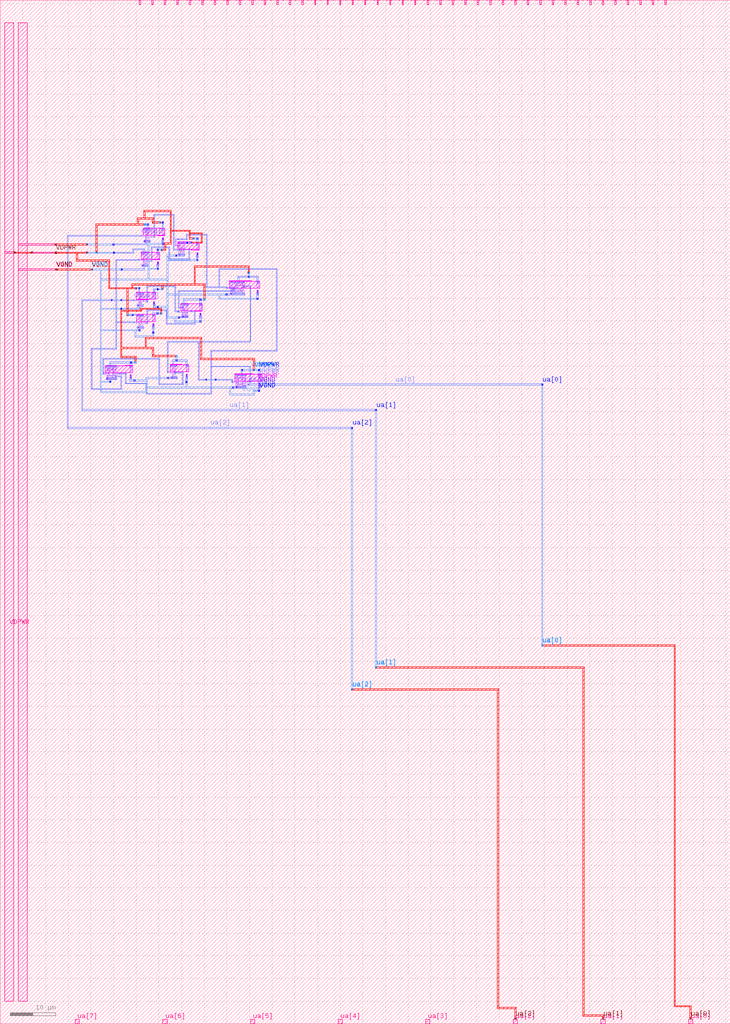
<source format=lef>
VERSION 5.7 ;
  NOWIREEXTENSIONATPIN ON ;
  DIVIDERCHAR "/" ;
  BUSBITCHARS "[]" ;
MACRO tt_um_test_3
  CLASS BLOCK ;
  FOREIGN tt_um_test_3 ;
  ORIGIN 0.000 0.000 ;
  SIZE 161.000 BY 225.760 ;
  PIN clk
    DIRECTION INPUT ;
    PORT
      LAYER met4 ;
        RECT 143.830 224.760 144.130 225.760 ;
    END
  END clk
  PIN ena
    DIRECTION INPUT ;
    PORT
      LAYER met4 ;
        RECT 146.590 224.760 146.890 225.760 ;
    END
  END ena
  PIN rst_n
    DIRECTION INPUT ;
    PORT
      LAYER met4 ;
        RECT 141.070 224.760 141.370 225.760 ;
    END
  END rst_n
  PIN ua[0]
    DIRECTION INOUT ;
    ANTENNADIFFAREA 0.445500 ;
    PORT
      LAYER li1 ;
        RECT 53.520 142.525 54.115 142.865 ;
        RECT 53.520 141.205 53.695 142.525 ;
        RECT 53.520 141.100 54.115 141.205 ;
        RECT 53.520 140.800 54.900 141.100 ;
        RECT 53.520 140.655 54.115 140.800 ;
      LAYER mcon ;
        RECT 54.630 140.830 54.870 141.070 ;
      LAYER met1 ;
        RECT 54.570 140.800 119.730 141.100 ;
      LAYER via ;
        RECT 119.400 140.800 119.700 141.100 ;
      LAYER met2 ;
        RECT 119.400 83.300 119.700 141.130 ;
        RECT 119.410 83.265 119.690 83.300 ;
      LAYER via2 ;
        RECT 119.410 83.310 119.690 83.590 ;
      LAYER met3 ;
        RECT 119.385 83.600 119.715 83.615 ;
        RECT 119.385 83.300 148.900 83.600 ;
        RECT 119.385 83.285 119.715 83.300 ;
        RECT 148.600 4.000 148.900 83.300 ;
        RECT 148.600 3.700 152.400 4.000 ;
        RECT 152.100 1.340 152.400 3.700 ;
        RECT 152.090 0.960 152.410 1.340 ;
      LAYER via3 ;
        RECT 152.090 0.990 152.410 1.310 ;
      LAYER met4 ;
        RECT 152.085 1.000 152.415 1.315 ;
        RECT 151.810 0.000 152.710 1.000 ;
    END
  END ua[0]
  PIN ua[1]
    DIRECTION INOUT ;
    ANTENNAGATEAREA 0.247500 ;
    PORT
      LAYER li1 ;
        RECT 30.520 159.700 30.850 159.715 ;
        RECT 29.350 159.500 30.850 159.700 ;
        RECT 30.520 159.475 30.850 159.500 ;
      LAYER mcon ;
        RECT 29.365 159.515 29.535 159.685 ;
      LAYER met1 ;
        RECT 24.470 159.700 24.730 159.760 ;
        RECT 17.950 159.500 24.730 159.700 ;
        RECT 17.950 135.500 18.250 159.500 ;
        RECT 24.470 159.440 24.730 159.500 ;
        RECT 26.570 159.700 26.830 159.760 ;
        RECT 29.305 159.700 29.595 159.715 ;
        RECT 26.570 159.500 29.595 159.700 ;
        RECT 26.570 159.440 26.830 159.500 ;
        RECT 29.305 159.485 29.595 159.500 ;
        RECT 17.950 135.200 83.080 135.500 ;
      LAYER via ;
        RECT 24.470 159.470 24.730 159.730 ;
        RECT 26.570 159.470 26.830 159.730 ;
        RECT 82.750 135.200 83.050 135.500 ;
      LAYER met2 ;
        RECT 24.440 159.700 24.760 159.730 ;
        RECT 26.540 159.700 26.860 159.730 ;
        RECT 24.440 159.500 26.860 159.700 ;
        RECT 24.440 159.470 24.760 159.500 ;
        RECT 26.540 159.470 26.860 159.500 ;
        RECT 82.750 78.450 83.050 135.530 ;
        RECT 82.760 78.415 83.040 78.450 ;
      LAYER via2 ;
        RECT 82.760 78.460 83.040 78.740 ;
      LAYER met3 ;
        RECT 82.735 78.750 83.065 78.765 ;
        RECT 82.735 78.450 128.750 78.750 ;
        RECT 82.735 78.435 83.065 78.450 ;
        RECT 128.450 1.950 128.750 78.450 ;
        RECT 128.450 1.650 133.100 1.950 ;
        RECT 132.800 1.340 133.100 1.650 ;
        RECT 132.790 0.960 133.110 1.340 ;
      LAYER via3 ;
        RECT 132.790 0.990 133.110 1.310 ;
      LAYER met4 ;
        RECT 132.785 1.000 133.115 1.315 ;
        RECT 132.490 0.000 133.390 1.000 ;
    END
  END ua[1]
  PIN ua[2]
    DIRECTION INOUT ;
    ANTENNAGATEAREA 0.247500 ;
    PORT
      LAYER li1 ;
        RECT 32.020 173.850 32.350 173.865 ;
        RECT 31.000 173.650 32.350 173.850 ;
        RECT 32.020 173.625 32.350 173.650 ;
      LAYER mcon ;
        RECT 31.015 173.665 31.185 173.835 ;
      LAYER met1 ;
        RECT 30.955 173.850 31.245 173.865 ;
        RECT 14.750 173.650 31.245 173.850 ;
        RECT 14.750 131.550 15.050 173.650 ;
        RECT 30.955 173.635 31.245 173.650 ;
        RECT 14.750 131.250 77.780 131.550 ;
      LAYER via ;
        RECT 77.450 131.250 77.750 131.550 ;
      LAYER met2 ;
        RECT 77.450 73.600 77.750 131.580 ;
        RECT 77.460 73.565 77.740 73.600 ;
      LAYER via2 ;
        RECT 77.460 73.610 77.740 73.890 ;
      LAYER met3 ;
        RECT 77.435 73.900 77.765 73.915 ;
        RECT 77.435 73.600 109.900 73.900 ;
        RECT 77.435 73.585 77.765 73.600 ;
        RECT 109.600 3.600 109.900 73.600 ;
        RECT 109.600 3.300 113.750 3.600 ;
        RECT 113.450 1.340 113.750 3.300 ;
        RECT 113.440 0.960 113.760 1.340 ;
      LAYER via3 ;
        RECT 113.440 0.990 113.760 1.310 ;
      LAYER met4 ;
        RECT 113.435 1.000 113.765 1.315 ;
        RECT 113.170 0.000 114.070 1.000 ;
    END
  END ua[2]
  PIN ua[3]
    DIRECTION INOUT ;
    PORT
      LAYER met4 ;
        RECT 93.850 0.000 94.750 1.000 ;
    END
  END ua[3]
  PIN ua[4]
    DIRECTION INOUT ;
    PORT
      LAYER met4 ;
        RECT 74.530 0.000 75.430 1.000 ;
    END
  END ua[4]
  PIN ua[5]
    DIRECTION INOUT ;
    PORT
      LAYER met4 ;
        RECT 55.210 0.000 56.110 1.000 ;
    END
  END ua[5]
  PIN ua[6]
    DIRECTION INOUT ;
    PORT
      LAYER met4 ;
        RECT 35.890 0.000 36.790 1.000 ;
    END
  END ua[6]
  PIN ua[7]
    DIRECTION INOUT ;
    PORT
      LAYER met4 ;
        RECT 16.570 0.000 17.470 1.000 ;
    END
  END ua[7]
  PIN ui_in[0]
    DIRECTION INPUT ;
    PORT
      LAYER met4 ;
        RECT 138.310 224.760 138.610 225.760 ;
    END
  END ui_in[0]
  PIN ui_in[1]
    DIRECTION INPUT ;
    PORT
      LAYER met4 ;
        RECT 135.550 224.760 135.850 225.760 ;
    END
  END ui_in[1]
  PIN ui_in[2]
    DIRECTION INPUT ;
    PORT
      LAYER met4 ;
        RECT 132.790 224.760 133.090 225.760 ;
    END
  END ui_in[2]
  PIN ui_in[3]
    DIRECTION INPUT ;
    PORT
      LAYER met4 ;
        RECT 130.030 224.760 130.330 225.760 ;
    END
  END ui_in[3]
  PIN ui_in[4]
    DIRECTION INPUT ;
    PORT
      LAYER met4 ;
        RECT 127.270 224.760 127.570 225.760 ;
    END
  END ui_in[4]
  PIN ui_in[5]
    DIRECTION INPUT ;
    PORT
      LAYER met4 ;
        RECT 124.510 224.760 124.810 225.760 ;
    END
  END ui_in[5]
  PIN ui_in[6]
    DIRECTION INPUT ;
    PORT
      LAYER met4 ;
        RECT 121.750 224.760 122.050 225.760 ;
    END
  END ui_in[6]
  PIN ui_in[7]
    DIRECTION INPUT ;
    PORT
      LAYER met4 ;
        RECT 118.990 224.760 119.290 225.760 ;
    END
  END ui_in[7]
  PIN uio_in[0]
    DIRECTION INPUT ;
    PORT
      LAYER met4 ;
        RECT 116.230 224.760 116.530 225.760 ;
    END
  END uio_in[0]
  PIN uio_in[1]
    DIRECTION INPUT ;
    PORT
      LAYER met4 ;
        RECT 113.470 224.760 113.770 225.760 ;
    END
  END uio_in[1]
  PIN uio_in[2]
    DIRECTION INPUT ;
    PORT
      LAYER met4 ;
        RECT 110.710 224.760 111.010 225.760 ;
    END
  END uio_in[2]
  PIN uio_in[3]
    DIRECTION INPUT ;
    PORT
      LAYER met4 ;
        RECT 107.950 224.760 108.250 225.760 ;
    END
  END uio_in[3]
  PIN uio_in[4]
    DIRECTION INPUT ;
    PORT
      LAYER met4 ;
        RECT 105.190 224.760 105.490 225.760 ;
    END
  END uio_in[4]
  PIN uio_in[5]
    DIRECTION INPUT ;
    PORT
      LAYER met4 ;
        RECT 102.430 224.760 102.730 225.760 ;
    END
  END uio_in[5]
  PIN uio_in[6]
    DIRECTION INPUT ;
    PORT
      LAYER met4 ;
        RECT 99.670 224.760 99.970 225.760 ;
    END
  END uio_in[6]
  PIN uio_in[7]
    DIRECTION INPUT ;
    PORT
      LAYER met4 ;
        RECT 96.910 224.760 97.210 225.760 ;
    END
  END uio_in[7]
  PIN uio_oe[0]
    DIRECTION OUTPUT TRISTATE ;
    PORT
      LAYER met4 ;
        RECT 49.990 224.760 50.290 225.760 ;
    END
  END uio_oe[0]
  PIN uio_oe[1]
    DIRECTION OUTPUT TRISTATE ;
    PORT
      LAYER met4 ;
        RECT 47.230 224.760 47.530 225.760 ;
    END
  END uio_oe[1]
  PIN uio_oe[2]
    DIRECTION OUTPUT TRISTATE ;
    PORT
      LAYER met4 ;
        RECT 44.470 224.760 44.770 225.760 ;
    END
  END uio_oe[2]
  PIN uio_oe[3]
    DIRECTION OUTPUT TRISTATE ;
    PORT
      LAYER met4 ;
        RECT 41.710 224.760 42.010 225.760 ;
    END
  END uio_oe[3]
  PIN uio_oe[4]
    DIRECTION OUTPUT TRISTATE ;
    PORT
      LAYER met4 ;
        RECT 38.950 224.760 39.250 225.760 ;
    END
  END uio_oe[4]
  PIN uio_oe[5]
    DIRECTION OUTPUT TRISTATE ;
    PORT
      LAYER met4 ;
        RECT 36.190 224.760 36.490 225.760 ;
    END
  END uio_oe[5]
  PIN uio_oe[6]
    DIRECTION OUTPUT TRISTATE ;
    PORT
      LAYER met4 ;
        RECT 33.430 224.760 33.730 225.760 ;
    END
  END uio_oe[6]
  PIN uio_oe[7]
    DIRECTION OUTPUT TRISTATE ;
    PORT
      LAYER met4 ;
        RECT 30.670 224.760 30.970 225.760 ;
    END
  END uio_oe[7]
  PIN uio_out[0]
    DIRECTION OUTPUT TRISTATE ;
    PORT
      LAYER met4 ;
        RECT 72.070 224.760 72.370 225.760 ;
    END
  END uio_out[0]
  PIN uio_out[1]
    DIRECTION OUTPUT TRISTATE ;
    PORT
      LAYER met4 ;
        RECT 69.310 224.760 69.610 225.760 ;
    END
  END uio_out[1]
  PIN uio_out[2]
    DIRECTION OUTPUT TRISTATE ;
    PORT
      LAYER met4 ;
        RECT 66.550 224.760 66.850 225.760 ;
    END
  END uio_out[2]
  PIN uio_out[3]
    DIRECTION OUTPUT TRISTATE ;
    PORT
      LAYER met4 ;
        RECT 63.790 224.760 64.090 225.760 ;
    END
  END uio_out[3]
  PIN uio_out[4]
    DIRECTION OUTPUT TRISTATE ;
    PORT
      LAYER met4 ;
        RECT 61.030 224.760 61.330 225.760 ;
    END
  END uio_out[4]
  PIN uio_out[5]
    DIRECTION OUTPUT TRISTATE ;
    PORT
      LAYER met4 ;
        RECT 58.270 224.760 58.570 225.760 ;
    END
  END uio_out[5]
  PIN uio_out[6]
    DIRECTION OUTPUT TRISTATE ;
    PORT
      LAYER met4 ;
        RECT 55.510 224.760 55.810 225.760 ;
    END
  END uio_out[6]
  PIN uio_out[7]
    DIRECTION OUTPUT TRISTATE ;
    PORT
      LAYER met4 ;
        RECT 52.750 224.760 53.050 225.760 ;
    END
  END uio_out[7]
  PIN uo_out[0]
    DIRECTION OUTPUT TRISTATE ;
    PORT
      LAYER met4 ;
        RECT 94.150 224.760 94.450 225.760 ;
    END
  END uo_out[0]
  PIN uo_out[1]
    DIRECTION OUTPUT TRISTATE ;
    PORT
      LAYER met4 ;
        RECT 91.390 224.760 91.690 225.760 ;
    END
  END uo_out[1]
  PIN uo_out[2]
    DIRECTION OUTPUT TRISTATE ;
    PORT
      LAYER met4 ;
        RECT 88.630 224.760 88.930 225.760 ;
    END
  END uo_out[2]
  PIN uo_out[3]
    DIRECTION OUTPUT TRISTATE ;
    PORT
      LAYER met4 ;
        RECT 85.870 224.760 86.170 225.760 ;
    END
  END uo_out[3]
  PIN uo_out[4]
    DIRECTION OUTPUT TRISTATE ;
    PORT
      LAYER met4 ;
        RECT 83.110 224.760 83.410 225.760 ;
    END
  END uo_out[4]
  PIN uo_out[5]
    DIRECTION OUTPUT TRISTATE ;
    PORT
      LAYER met4 ;
        RECT 80.350 224.760 80.650 225.760 ;
    END
  END uo_out[5]
  PIN uo_out[6]
    DIRECTION OUTPUT TRISTATE ;
    PORT
      LAYER met4 ;
        RECT 77.590 224.760 77.890 225.760 ;
    END
  END uo_out[6]
  PIN uo_out[7]
    DIRECTION OUTPUT TRISTATE ;
    PORT
      LAYER met4 ;
        RECT 74.830 224.760 75.130 225.760 ;
    END
  END uo_out[7]
  PIN VDPWR
    DIRECTION INOUT ;
    USE POWER ;
    PORT
      LAYER nwell ;
        RECT 31.510 175.450 34.550 175.460 ;
        RECT 31.510 173.855 36.290 175.450 ;
        RECT 34.530 173.845 36.290 173.855 ;
        RECT 39.110 172.160 42.150 172.460 ;
        RECT 39.110 170.855 43.900 172.160 ;
        RECT 42.130 170.555 43.900 170.855 ;
        RECT 31.060 170.150 33.650 170.160 ;
        RECT 31.060 168.555 35.190 170.150 ;
        RECT 33.630 168.545 35.190 168.555 ;
        RECT 50.500 163.800 55.400 163.850 ;
        RECT 50.500 162.245 57.190 163.800 ;
        RECT 55.330 162.195 57.190 162.245 ;
        RECT 32.630 161.310 34.340 161.350 ;
        RECT 30.010 159.745 34.340 161.310 ;
        RECT 30.010 159.705 32.750 159.745 ;
        RECT 39.860 158.800 42.900 158.810 ;
        RECT 39.860 157.205 44.590 158.800 ;
        RECT 42.880 157.195 44.590 157.205 ;
        RECT 30.050 154.845 34.190 156.450 ;
        RECT 37.450 145.350 40.050 145.400 ;
        RECT 27.530 145.160 29.190 145.200 ;
        RECT 23.160 143.595 29.190 145.160 ;
        RECT 37.450 143.795 41.540 145.350 ;
        RECT 39.880 143.745 41.540 143.795 ;
        RECT 23.160 143.555 27.550 143.595 ;
        RECT 51.710 143.300 55.800 143.310 ;
        RECT 51.710 141.705 57.540 143.300 ;
        RECT 55.780 141.695 57.540 141.705 ;
      LAYER li1 ;
        RECT 31.700 175.185 33.080 175.355 ;
        RECT 32.040 174.045 32.250 175.185 ;
        RECT 35.640 175.175 36.100 175.345 ;
        RECT 35.725 174.010 36.015 175.175 ;
        RECT 39.300 172.185 40.680 172.355 ;
        RECT 40.255 171.045 40.585 172.185 ;
        RECT 43.250 171.885 43.710 172.055 ;
        RECT 43.335 170.720 43.625 171.885 ;
        RECT 31.250 169.885 32.630 170.055 ;
        RECT 31.590 168.745 31.800 169.885 ;
        RECT 34.540 169.875 35.000 170.045 ;
        RECT 34.625 168.710 34.915 169.875 ;
        RECT 50.690 163.575 53.910 163.745 ;
        RECT 51.745 162.725 51.915 163.575 ;
        RECT 52.585 163.065 52.755 163.575 ;
        RECT 56.540 163.525 57.000 163.695 ;
        RECT 56.625 162.360 56.915 163.525 ;
        RECT 30.200 161.035 31.580 161.205 ;
        RECT 33.690 161.075 34.150 161.245 ;
        RECT 30.540 159.895 30.750 161.035 ;
        RECT 33.775 159.910 34.065 161.075 ;
        RECT 40.050 158.535 41.430 158.705 ;
        RECT 41.005 157.395 41.335 158.535 ;
        RECT 43.940 158.525 44.400 158.695 ;
        RECT 44.025 157.360 44.315 158.525 ;
        RECT 30.240 156.175 31.620 156.345 ;
        RECT 33.540 156.175 34.000 156.345 ;
        RECT 30.580 155.035 30.790 156.175 ;
        RECT 33.625 155.010 33.915 156.175 ;
        RECT 37.640 145.125 39.020 145.295 ;
        RECT 23.350 144.885 25.650 145.055 ;
        RECT 28.540 144.925 29.000 145.095 ;
        RECT 23.865 144.485 24.800 144.885 ;
        RECT 28.625 143.760 28.915 144.925 ;
        RECT 37.980 143.985 38.190 145.125 ;
        RECT 40.890 145.075 41.350 145.245 ;
        RECT 40.975 143.910 41.265 145.075 ;
        RECT 51.900 143.035 54.200 143.205 ;
        RECT 52.415 142.635 53.350 143.035 ;
        RECT 56.890 143.025 57.350 143.195 ;
        RECT 56.975 141.860 57.265 143.025 ;
      LAYER mcon ;
        RECT 31.845 175.185 32.015 175.355 ;
        RECT 32.305 175.185 32.475 175.355 ;
        RECT 32.765 175.185 32.935 175.355 ;
        RECT 35.785 175.175 35.955 175.345 ;
        RECT 39.445 172.185 39.615 172.355 ;
        RECT 39.905 172.185 40.075 172.355 ;
        RECT 40.365 172.185 40.535 172.355 ;
        RECT 43.395 171.885 43.565 172.055 ;
        RECT 31.395 169.885 31.565 170.055 ;
        RECT 31.855 169.885 32.025 170.055 ;
        RECT 32.315 169.885 32.485 170.055 ;
        RECT 34.685 169.875 34.855 170.045 ;
        RECT 50.835 163.575 51.005 163.745 ;
        RECT 51.295 163.575 51.465 163.745 ;
        RECT 51.755 163.575 51.925 163.745 ;
        RECT 52.215 163.575 52.385 163.745 ;
        RECT 52.675 163.575 52.845 163.745 ;
        RECT 53.135 163.575 53.305 163.745 ;
        RECT 53.595 163.575 53.765 163.745 ;
        RECT 56.685 163.525 56.855 163.695 ;
        RECT 30.345 161.035 30.515 161.205 ;
        RECT 30.805 161.035 30.975 161.205 ;
        RECT 31.265 161.035 31.435 161.205 ;
        RECT 33.835 161.075 34.005 161.245 ;
        RECT 40.195 158.535 40.365 158.705 ;
        RECT 40.655 158.535 40.825 158.705 ;
        RECT 41.115 158.535 41.285 158.705 ;
        RECT 44.085 158.525 44.255 158.695 ;
        RECT 30.385 156.175 30.555 156.345 ;
        RECT 30.845 156.175 31.015 156.345 ;
        RECT 31.305 156.175 31.475 156.345 ;
        RECT 33.685 156.175 33.855 156.345 ;
        RECT 37.785 145.125 37.955 145.295 ;
        RECT 38.245 145.125 38.415 145.295 ;
        RECT 38.705 145.125 38.875 145.295 ;
        RECT 23.495 144.885 23.665 145.055 ;
        RECT 23.955 144.885 24.125 145.055 ;
        RECT 24.415 144.885 24.585 145.055 ;
        RECT 24.875 144.885 25.045 145.055 ;
        RECT 25.335 144.885 25.505 145.055 ;
        RECT 28.685 144.925 28.855 145.095 ;
        RECT 41.035 145.075 41.205 145.245 ;
        RECT 52.045 143.035 52.215 143.205 ;
        RECT 52.505 143.035 52.675 143.205 ;
        RECT 52.965 143.035 53.135 143.205 ;
        RECT 53.425 143.035 53.595 143.205 ;
        RECT 53.885 143.035 54.055 143.205 ;
        RECT 57.035 143.025 57.205 143.195 ;
      LAYER met1 ;
        RECT 32.460 176.395 32.750 176.430 ;
        RECT 32.460 176.070 32.765 176.395 ;
        RECT 32.475 175.510 32.765 176.070 ;
        RECT 31.700 175.030 33.080 175.510 ;
        RECT 35.700 175.500 36.000 176.880 ;
        RECT 35.640 175.020 36.100 175.500 ;
        RECT 43.350 173.300 43.650 173.330 ;
        RECT 43.345 172.970 43.650 173.300 ;
        RECT 39.300 172.400 40.680 172.510 ;
        RECT 41.100 172.400 41.400 172.430 ;
        RECT 39.300 172.100 41.400 172.400 ;
        RECT 43.345 172.210 43.645 172.970 ;
        RECT 39.300 172.030 40.680 172.100 ;
        RECT 41.100 172.070 41.400 172.100 ;
        RECT 43.250 171.730 43.710 172.210 ;
        RECT 29.205 170.655 31.855 170.945 ;
        RECT 24.910 170.195 25.200 170.230 ;
        RECT 29.205 170.195 29.495 170.655 ;
        RECT 31.565 170.210 31.855 170.655 ;
        RECT 24.905 169.905 29.495 170.195 ;
        RECT 24.910 169.870 25.200 169.905 ;
        RECT 31.250 169.730 32.630 170.210 ;
        RECT 34.600 170.200 34.895 170.880 ;
        RECT 34.540 169.720 35.000 170.200 ;
        RECT 55.750 164.895 56.900 164.900 ;
        RECT 52.385 164.605 56.900 164.895 ;
        RECT 52.385 163.900 52.675 164.605 ;
        RECT 54.620 164.600 54.980 164.605 ;
        RECT 55.750 164.595 56.900 164.605 ;
        RECT 50.690 163.420 53.910 163.900 ;
        RECT 56.595 163.850 56.900 164.595 ;
        RECT 56.540 163.370 57.000 163.850 ;
        RECT 30.510 162.345 30.800 162.380 ;
        RECT 30.510 162.020 30.805 162.345 ;
        RECT 34.600 162.145 34.895 162.180 ;
        RECT 30.515 161.360 30.805 162.020 ;
        RECT 33.750 161.850 34.895 162.145 ;
        RECT 33.750 161.400 34.045 161.850 ;
        RECT 34.600 161.820 34.895 161.850 ;
        RECT 30.200 160.880 31.580 161.360 ;
        RECT 33.690 160.920 34.150 161.400 ;
        RECT 44.000 159.900 44.300 159.930 ;
        RECT 40.500 159.895 44.300 159.900 ;
        RECT 40.365 159.600 44.300 159.895 ;
        RECT 40.365 158.860 40.655 159.600 ;
        RECT 40.050 158.380 41.430 158.860 ;
        RECT 44.000 158.850 44.300 159.600 ;
        RECT 43.940 158.370 44.400 158.850 ;
        RECT 34.500 156.800 34.800 156.830 ;
        RECT 29.060 156.500 29.350 156.530 ;
        RECT 33.650 156.500 34.800 156.800 ;
        RECT 29.055 156.210 31.620 156.500 ;
        RECT 29.060 156.170 29.350 156.210 ;
        RECT 30.240 156.020 31.620 156.210 ;
        RECT 33.540 156.020 34.000 156.500 ;
        RECT 34.500 156.470 34.800 156.500 ;
        RECT 38.720 146.400 39.085 146.405 ;
        RECT 38.000 146.395 41.250 146.400 ;
        RECT 37.955 146.095 41.250 146.395 ;
        RECT 28.650 146.000 28.955 146.035 ;
        RECT 28.645 145.995 28.955 146.000 ;
        RECT 24.125 145.705 28.955 145.995 ;
        RECT 24.125 145.210 24.415 145.705 ;
        RECT 28.645 145.670 28.955 145.705 ;
        RECT 28.645 145.250 28.950 145.670 ;
        RECT 37.955 145.450 38.245 146.095 ;
        RECT 23.350 144.730 25.650 145.210 ;
        RECT 28.540 144.770 29.000 145.250 ;
        RECT 37.640 144.970 39.020 145.450 ;
        RECT 40.945 145.400 41.250 146.095 ;
        RECT 40.890 144.920 41.350 145.400 ;
        RECT 53.150 144.345 53.440 144.380 ;
        RECT 53.135 144.020 53.440 144.345 ;
        RECT 53.135 143.360 53.425 144.020 ;
        RECT 51.900 142.880 54.200 143.360 ;
        RECT 56.950 143.350 57.250 144.380 ;
        RECT 56.890 142.870 57.350 143.350 ;
      LAYER via ;
        RECT 35.700 176.550 36.000 176.850 ;
        RECT 32.460 176.100 32.750 176.400 ;
        RECT 43.350 173.000 43.650 173.300 ;
        RECT 41.100 172.100 41.400 172.400 ;
        RECT 24.910 169.900 25.200 170.200 ;
        RECT 34.600 170.550 34.895 170.850 ;
        RECT 54.650 164.600 54.950 164.890 ;
        RECT 30.510 162.050 30.800 162.350 ;
        RECT 34.600 161.850 34.895 162.150 ;
        RECT 44.000 159.600 44.300 159.900 ;
        RECT 34.500 156.500 34.800 156.800 ;
        RECT 29.060 156.200 29.350 156.500 ;
        RECT 38.750 146.100 39.055 146.405 ;
        RECT 28.650 145.700 28.955 146.005 ;
        RECT 53.150 144.050 53.440 144.350 ;
        RECT 56.950 144.050 57.250 144.350 ;
      LAYER met2 ;
        RECT 35.060 176.850 35.340 176.885 ;
        RECT 35.050 176.550 36.030 176.850 ;
        RECT 35.060 176.515 35.340 176.550 ;
        RECT 31.760 176.400 32.040 176.435 ;
        RECT 31.750 176.100 32.780 176.400 ;
        RECT 31.760 176.065 32.040 176.100 ;
        RECT 42.510 173.300 42.790 173.335 ;
        RECT 42.500 173.000 43.680 173.300 ;
        RECT 42.510 172.965 42.790 173.000 ;
        RECT 42.010 172.400 42.290 172.435 ;
        RECT 41.070 172.100 42.290 172.400 ;
        RECT 42.010 172.065 42.290 172.100 ;
        RECT 35.560 170.850 35.840 170.885 ;
        RECT 34.570 170.550 35.850 170.850 ;
        RECT 35.560 170.515 35.840 170.550 ;
        RECT 18.960 170.200 19.240 170.235 ;
        RECT 18.950 169.900 25.230 170.200 ;
        RECT 18.960 169.865 19.240 169.900 ;
        RECT 54.650 165.790 54.950 165.800 ;
        RECT 54.615 165.510 54.985 165.790 ;
        RECT 54.650 164.570 54.950 165.510 ;
        RECT 29.760 162.350 30.040 162.385 ;
        RECT 29.750 162.050 30.830 162.350 ;
        RECT 34.570 162.140 35.950 162.150 ;
        RECT 29.760 162.015 30.040 162.050 ;
        RECT 34.570 161.860 35.985 162.140 ;
        RECT 34.570 161.850 35.950 161.860 ;
        RECT 43.970 159.890 45.200 159.900 ;
        RECT 43.970 159.610 45.235 159.890 ;
        RECT 43.970 159.600 45.200 159.610 ;
        RECT 34.470 156.790 35.650 156.800 ;
        RECT 34.470 156.510 35.685 156.790 ;
        RECT 34.470 156.500 35.650 156.510 ;
        RECT 27.900 156.490 29.380 156.500 ;
        RECT 27.865 156.210 29.380 156.490 ;
        RECT 27.900 156.200 29.380 156.210 ;
        RECT 38.760 147.400 39.040 147.435 ;
        RECT 38.750 146.435 39.050 147.400 ;
        RECT 38.750 146.070 39.055 146.435 ;
        RECT 28.620 146.000 28.985 146.005 ;
        RECT 28.620 145.990 30.000 146.000 ;
        RECT 28.620 145.710 30.035 145.990 ;
        RECT 28.620 145.700 30.000 145.710 ;
        RECT 53.120 144.050 57.280 144.350 ;
      LAYER via2 ;
        RECT 35.060 176.560 35.340 176.840 ;
        RECT 31.760 176.110 32.040 176.390 ;
        RECT 42.510 173.010 42.790 173.290 ;
        RECT 42.010 172.110 42.290 172.390 ;
        RECT 35.560 170.560 35.840 170.840 ;
        RECT 18.960 169.910 19.240 170.190 ;
        RECT 21.060 169.910 21.340 170.190 ;
        RECT 54.660 165.510 54.940 165.790 ;
        RECT 29.760 162.060 30.040 162.340 ;
        RECT 35.660 161.860 35.940 162.140 ;
        RECT 44.910 159.610 45.190 159.890 ;
        RECT 35.360 156.510 35.640 156.790 ;
        RECT 27.910 156.210 28.190 156.490 ;
        RECT 38.760 147.110 39.040 147.390 ;
        RECT 29.710 145.710 29.990 145.990 ;
        RECT 55.860 144.060 56.140 144.340 ;
      LAYER met3 ;
        RECT 31.650 179.100 37.750 179.400 ;
        RECT 31.650 177.750 31.950 179.100 ;
        RECT 30.250 177.450 33.850 177.750 ;
        RECT 30.250 176.400 30.550 177.450 ;
        RECT 33.550 176.850 33.850 177.450 ;
        RECT 35.035 176.850 35.365 176.865 ;
        RECT 33.550 176.550 35.365 176.850 ;
        RECT 35.035 176.535 35.365 176.550 ;
        RECT 31.735 176.400 32.065 176.415 ;
        RECT 21.050 176.100 32.065 176.400 ;
        RECT 2.960 170.200 3.340 170.210 ;
        RECT 6.810 170.200 7.190 170.210 ;
        RECT 2.960 169.900 7.190 170.200 ;
        RECT 2.960 169.890 3.340 169.900 ;
        RECT 6.810 169.890 7.190 169.900 ;
        RECT 12.090 170.200 12.410 170.240 ;
        RECT 21.050 170.215 21.350 176.100 ;
        RECT 31.735 176.085 32.065 176.100 ;
        RECT 37.450 175.050 37.750 179.100 ;
        RECT 37.450 174.750 41.950 175.050 ;
        RECT 37.450 172.200 37.750 174.750 ;
        RECT 41.650 174.500 41.950 174.750 ;
        RECT 41.650 174.200 44.600 174.500 ;
        RECT 41.650 173.300 41.950 174.200 ;
        RECT 42.485 173.300 42.815 173.315 ;
        RECT 41.650 173.000 42.815 173.300 ;
        RECT 42.485 172.985 42.815 173.000 ;
        RECT 36.200 171.900 37.750 172.200 ;
        RECT 41.985 172.400 42.315 172.415 ;
        RECT 44.300 172.400 44.600 174.200 ;
        RECT 41.985 172.100 44.600 172.400 ;
        RECT 41.985 172.085 42.315 172.100 ;
        RECT 35.535 170.850 35.865 170.865 ;
        RECT 36.200 170.850 36.500 171.900 ;
        RECT 35.535 170.550 36.500 170.850 ;
        RECT 35.535 170.535 35.865 170.550 ;
        RECT 18.935 170.200 19.265 170.215 ;
        RECT 12.090 169.900 19.265 170.200 ;
        RECT 12.090 169.860 12.410 169.900 ;
        RECT 16.750 168.500 17.050 169.900 ;
        RECT 18.935 169.885 19.265 169.900 ;
        RECT 21.035 169.885 21.365 170.215 ;
        RECT 16.750 168.200 24.200 168.500 ;
        RECT 23.900 162.350 24.200 168.200 ;
        RECT 42.750 166.850 54.950 167.150 ;
        RECT 42.750 163.200 43.050 166.850 ;
        RECT 54.650 165.815 54.950 166.850 ;
        RECT 54.635 165.485 54.965 165.815 ;
        RECT 28.950 162.900 45.200 163.200 ;
        RECT 28.950 162.350 29.250 162.900 ;
        RECT 29.735 162.350 30.065 162.365 ;
        RECT 23.900 162.050 30.065 162.350 ;
        RECT 35.650 162.165 35.950 162.900 ;
        RECT 27.900 157.400 28.200 162.050 ;
        RECT 29.735 162.035 30.065 162.050 ;
        RECT 35.635 161.835 35.965 162.165 ;
        RECT 44.900 159.915 45.200 162.900 ;
        RECT 44.885 159.585 45.215 159.915 ;
        RECT 30.900 157.550 35.650 157.850 ;
        RECT 30.900 157.400 31.200 157.550 ;
        RECT 26.550 157.100 31.200 157.400 ;
        RECT 26.550 149.150 26.850 157.100 ;
        RECT 27.900 156.515 28.200 157.100 ;
        RECT 35.350 156.815 35.650 157.550 ;
        RECT 27.885 156.185 28.215 156.515 ;
        RECT 35.335 156.485 35.665 156.815 ;
        RECT 31.950 151.100 44.450 151.400 ;
        RECT 31.950 149.150 32.250 151.100 ;
        RECT 26.550 148.850 33.800 149.150 ;
        RECT 26.550 147.200 26.850 148.850 ;
        RECT 33.500 147.400 33.800 148.850 ;
        RECT 38.735 147.400 39.065 147.415 ;
        RECT 26.550 146.900 30.000 147.200 ;
        RECT 33.500 147.100 39.065 147.400 ;
        RECT 38.735 147.085 39.065 147.100 ;
        RECT 29.700 146.015 30.000 146.900 ;
        RECT 44.150 146.750 44.450 151.100 ;
        RECT 44.150 146.450 56.150 146.750 ;
        RECT 29.685 145.685 30.015 146.015 ;
        RECT 55.850 144.365 56.150 146.450 ;
        RECT 55.835 144.035 56.165 144.365 ;
      LAYER via3 ;
        RECT 2.990 169.890 3.310 170.210 ;
        RECT 6.840 169.890 7.160 170.210 ;
        RECT 12.090 169.890 12.410 170.210 ;
      LAYER met4 ;
        RECT 1.000 170.215 3.000 220.760 ;
        RECT 1.000 169.885 3.315 170.215 ;
        RECT 6.835 170.200 7.165 170.215 ;
        RECT 12.085 170.200 12.415 170.215 ;
        RECT 6.835 169.900 12.415 170.200 ;
        RECT 6.835 169.885 7.165 169.900 ;
        RECT 12.085 169.885 12.415 169.900 ;
        RECT 1.000 5.000 3.000 169.885 ;
    END
  END VDPWR
  PIN VGND
    DIRECTION INOUT ;
    USE GROUND ;
    PORT
      LAYER pwell ;
        RECT 35.785 172.860 35.955 173.385 ;
        RECT 43.395 169.570 43.565 170.095 ;
        RECT 34.685 167.560 34.855 168.085 ;
        RECT 56.685 161.210 56.855 161.735 ;
        RECT 33.835 158.760 34.005 159.285 ;
        RECT 44.085 156.210 44.255 156.735 ;
        RECT 33.685 153.860 33.855 154.385 ;
        RECT 28.685 142.610 28.855 143.135 ;
        RECT 41.035 142.760 41.205 143.285 ;
        RECT 57.035 140.710 57.205 141.235 ;
      LAYER li1 ;
        RECT 32.020 172.635 32.250 173.455 ;
        RECT 31.700 172.465 33.080 172.635 ;
        RECT 35.725 172.625 36.015 173.350 ;
        RECT 35.640 172.455 36.100 172.625 ;
        RECT 39.405 169.635 39.645 170.445 ;
        RECT 40.315 169.635 40.585 170.445 ;
        RECT 39.300 169.465 40.680 169.635 ;
        RECT 43.335 169.335 43.625 170.060 ;
        RECT 43.250 169.165 43.710 169.335 ;
        RECT 31.570 167.335 31.800 168.155 ;
        RECT 31.250 167.165 32.630 167.335 ;
        RECT 34.625 167.325 34.915 168.050 ;
        RECT 34.540 167.155 35.000 167.325 ;
        RECT 50.825 161.025 51.155 161.415 ;
        RECT 51.665 161.025 51.995 161.415 ;
        RECT 53.535 161.025 53.825 161.860 ;
        RECT 50.690 160.855 53.910 161.025 ;
        RECT 56.625 160.975 56.915 161.700 ;
        RECT 56.540 160.805 57.000 160.975 ;
        RECT 30.520 158.485 30.750 159.305 ;
        RECT 33.775 158.525 34.065 159.250 ;
        RECT 30.200 158.315 31.580 158.485 ;
        RECT 33.690 158.355 34.150 158.525 ;
        RECT 40.155 155.985 40.395 156.795 ;
        RECT 41.065 155.985 41.335 156.795 ;
        RECT 40.050 155.815 41.430 155.985 ;
        RECT 44.025 155.975 44.315 156.700 ;
        RECT 43.940 155.805 44.400 155.975 ;
        RECT 30.560 153.625 30.790 154.445 ;
        RECT 33.625 153.625 33.915 154.350 ;
        RECT 30.240 153.455 31.620 153.625 ;
        RECT 33.540 153.455 34.000 153.625 ;
        RECT 23.865 142.335 24.800 142.735 ;
        RECT 28.625 142.375 28.915 143.100 ;
        RECT 37.960 142.575 38.190 143.395 ;
        RECT 37.640 142.405 39.020 142.575 ;
        RECT 40.975 142.525 41.265 143.250 ;
        RECT 23.350 142.165 25.650 142.335 ;
        RECT 28.540 142.205 29.000 142.375 ;
        RECT 40.890 142.355 41.350 142.525 ;
        RECT 52.415 140.485 53.350 140.885 ;
        RECT 51.900 140.315 54.200 140.485 ;
        RECT 56.975 140.475 57.265 141.200 ;
        RECT 56.890 140.305 57.350 140.475 ;
      LAYER mcon ;
        RECT 31.845 172.465 32.015 172.635 ;
        RECT 32.305 172.465 32.475 172.635 ;
        RECT 32.765 172.465 32.935 172.635 ;
        RECT 35.785 172.455 35.955 172.625 ;
        RECT 39.445 169.465 39.615 169.635 ;
        RECT 39.905 169.465 40.075 169.635 ;
        RECT 40.365 169.465 40.535 169.635 ;
        RECT 43.395 169.165 43.565 169.335 ;
        RECT 31.395 167.165 31.565 167.335 ;
        RECT 31.855 167.165 32.025 167.335 ;
        RECT 32.315 167.165 32.485 167.335 ;
        RECT 34.685 167.155 34.855 167.325 ;
        RECT 50.835 160.855 51.005 161.025 ;
        RECT 51.295 160.855 51.465 161.025 ;
        RECT 51.755 160.855 51.925 161.025 ;
        RECT 52.215 160.855 52.385 161.025 ;
        RECT 52.675 160.855 52.845 161.025 ;
        RECT 53.135 160.855 53.305 161.025 ;
        RECT 53.595 160.855 53.765 161.025 ;
        RECT 56.685 160.805 56.855 160.975 ;
        RECT 30.345 158.315 30.515 158.485 ;
        RECT 30.805 158.315 30.975 158.485 ;
        RECT 31.265 158.315 31.435 158.485 ;
        RECT 33.835 158.355 34.005 158.525 ;
        RECT 40.195 155.815 40.365 155.985 ;
        RECT 40.655 155.815 40.825 155.985 ;
        RECT 41.115 155.815 41.285 155.985 ;
        RECT 44.085 155.805 44.255 155.975 ;
        RECT 30.385 153.455 30.555 153.625 ;
        RECT 30.845 153.455 31.015 153.625 ;
        RECT 31.305 153.455 31.475 153.625 ;
        RECT 33.685 153.455 33.855 153.625 ;
        RECT 37.785 142.405 37.955 142.575 ;
        RECT 38.245 142.405 38.415 142.575 ;
        RECT 38.705 142.405 38.875 142.575 ;
        RECT 23.495 142.165 23.665 142.335 ;
        RECT 23.955 142.165 24.125 142.335 ;
        RECT 24.415 142.165 24.585 142.335 ;
        RECT 24.875 142.165 25.045 142.335 ;
        RECT 25.335 142.165 25.505 142.335 ;
        RECT 28.685 142.205 28.855 142.375 ;
        RECT 41.035 142.355 41.205 142.525 ;
        RECT 52.045 140.315 52.215 140.485 ;
        RECT 52.505 140.315 52.675 140.485 ;
        RECT 52.965 140.315 53.135 140.485 ;
        RECT 53.425 140.315 53.595 140.485 ;
        RECT 53.885 140.315 54.055 140.485 ;
        RECT 57.035 140.305 57.205 140.475 ;
      LAYER met1 ;
        RECT 31.700 172.310 33.080 172.790 ;
        RECT 24.860 172.045 25.150 172.080 ;
        RECT 32.015 172.045 32.305 172.310 ;
        RECT 35.640 172.300 36.100 172.780 ;
        RECT 24.855 171.755 32.305 172.045 ;
        RECT 35.750 171.770 36.050 172.300 ;
        RECT 24.860 171.720 25.150 171.755 ;
        RECT 38.660 169.600 38.950 169.630 ;
        RECT 39.300 169.600 40.680 169.790 ;
        RECT 38.655 169.310 40.680 169.600 ;
        RECT 38.660 169.270 38.950 169.310 ;
        RECT 43.250 169.010 43.710 169.490 ;
        RECT 43.300 168.270 43.600 169.010 ;
        RECT 31.250 167.010 32.630 167.490 ;
        RECT 26.660 166.495 26.950 166.530 ;
        RECT 31.565 166.495 31.855 167.010 ;
        RECT 34.540 167.000 35.000 167.480 ;
        RECT 26.655 166.205 31.855 166.495 ;
        RECT 34.595 166.680 34.895 167.000 ;
        RECT 34.595 166.350 34.900 166.680 ;
        RECT 34.600 166.320 34.900 166.350 ;
        RECT 26.660 166.170 26.950 166.205 ;
        RECT 49.760 160.990 50.050 161.030 ;
        RECT 50.690 160.990 53.910 161.180 ;
        RECT 49.755 160.700 53.910 160.990 ;
        RECT 49.760 160.670 50.050 160.700 ;
        RECT 56.540 160.650 57.000 161.130 ;
        RECT 56.600 159.720 56.900 160.650 ;
        RECT 30.200 158.160 31.580 158.640 ;
        RECT 33.690 158.250 34.150 158.680 ;
        RECT 34.600 158.250 34.900 158.280 ;
        RECT 33.690 158.200 34.900 158.250 ;
        RECT 26.560 157.845 26.850 157.880 ;
        RECT 30.515 157.845 30.805 158.160 ;
        RECT 33.745 157.950 34.900 158.200 ;
        RECT 34.600 157.920 34.900 157.950 ;
        RECT 26.555 157.555 30.805 157.845 ;
        RECT 26.560 157.520 26.850 157.555 ;
        RECT 39.260 155.950 39.550 155.980 ;
        RECT 40.050 155.950 41.430 156.140 ;
        RECT 39.255 155.660 41.430 155.950 ;
        RECT 39.260 155.620 39.550 155.660 ;
        RECT 43.940 155.650 44.400 156.130 ;
        RECT 44.045 155.085 44.350 155.650 ;
        RECT 44.045 154.750 44.355 155.085 ;
        RECT 44.050 154.720 44.355 154.750 ;
        RECT 30.240 153.300 31.620 153.780 ;
        RECT 33.540 153.300 34.000 153.780 ;
        RECT 30.555 153.130 30.845 153.300 ;
        RECT 30.555 152.805 30.850 153.130 ;
        RECT 30.560 152.770 30.850 152.805 ;
        RECT 33.600 152.600 33.900 153.300 ;
        RECT 33.570 152.300 33.930 152.600 ;
        RECT 36.860 142.540 37.150 142.580 ;
        RECT 37.640 142.540 39.020 142.730 ;
        RECT 23.350 142.010 25.650 142.490 ;
        RECT 28.540 142.050 29.000 142.530 ;
        RECT 36.855 142.250 39.020 142.540 ;
        RECT 36.860 142.220 37.150 142.250 ;
        RECT 40.890 142.200 41.350 142.680 ;
        RECT 29.450 142.050 29.750 142.080 ;
        RECT 24.125 141.780 24.415 142.010 ;
        RECT 24.110 141.455 24.415 141.780 ;
        RECT 28.600 141.750 29.750 142.050 ;
        RECT 40.950 141.950 41.250 142.200 ;
        RECT 29.450 141.720 29.750 141.750 ;
        RECT 40.955 141.700 41.250 141.950 ;
        RECT 24.110 141.420 24.400 141.455 ;
        RECT 40.920 141.405 41.280 141.700 ;
        RECT 51.210 140.450 51.500 140.480 ;
        RECT 51.900 140.450 54.200 140.640 ;
        RECT 51.205 140.160 54.200 140.450 ;
        RECT 51.210 140.120 51.500 140.160 ;
        RECT 56.890 140.150 57.350 140.630 ;
        RECT 56.950 139.420 57.250 140.150 ;
      LAYER via ;
        RECT 24.860 171.750 25.150 172.050 ;
        RECT 35.750 171.800 36.050 172.100 ;
        RECT 38.660 169.300 38.950 169.600 ;
        RECT 43.300 168.300 43.600 168.600 ;
        RECT 26.660 166.200 26.950 166.500 ;
        RECT 34.600 166.350 34.900 166.650 ;
        RECT 49.760 160.700 50.050 161.000 ;
        RECT 56.600 159.750 56.900 160.050 ;
        RECT 26.560 157.550 26.850 157.850 ;
        RECT 34.600 157.950 34.900 158.250 ;
        RECT 39.260 155.650 39.550 155.950 ;
        RECT 44.050 154.750 44.355 155.055 ;
        RECT 30.560 152.800 30.850 153.100 ;
        RECT 33.600 152.300 33.900 152.600 ;
        RECT 36.860 142.250 37.150 142.550 ;
        RECT 29.450 141.750 29.750 142.050 ;
        RECT 24.110 141.450 24.400 141.750 ;
        RECT 40.950 141.405 41.250 141.700 ;
        RECT 51.210 140.150 51.500 140.450 ;
        RECT 56.950 139.450 57.250 139.750 ;
      LAYER met2 ;
        RECT 18.960 172.050 19.240 172.085 ;
        RECT 18.950 171.750 25.180 172.050 ;
        RECT 32.550 171.800 36.080 172.100 ;
        RECT 18.960 171.715 19.240 171.750 ;
        RECT 32.550 166.650 32.850 171.800 ;
        RECT 36.700 169.300 38.980 169.600 ;
        RECT 36.700 168.600 37.000 169.300 ;
        RECT 36.700 168.300 43.630 168.600 ;
        RECT 20.060 166.500 20.340 166.535 ;
        RECT 20.050 166.200 26.980 166.500 ;
        RECT 32.550 166.350 34.930 166.650 ;
        RECT 20.060 166.165 20.340 166.200 ;
        RECT 22.000 164.300 22.300 166.200 ;
        RECT 32.550 164.300 32.850 166.350 ;
        RECT 36.700 164.300 37.000 168.300 ;
        RECT 22.000 164.000 37.000 164.300 ;
        RECT 22.000 157.850 22.300 164.000 ;
        RECT 36.700 161.000 37.000 164.000 ;
        RECT 36.700 160.700 50.080 161.000 ;
        RECT 36.700 158.250 37.000 160.700 ;
        RECT 48.200 160.050 48.500 160.700 ;
        RECT 48.200 159.750 56.930 160.050 ;
        RECT 34.570 157.950 37.000 158.250 ;
        RECT 22.000 157.550 26.880 157.850 ;
        RECT 22.000 153.100 22.300 157.550 ;
        RECT 36.700 155.950 37.000 157.950 ;
        RECT 36.700 155.650 39.580 155.950 ;
        RECT 38.400 155.050 38.700 155.650 ;
        RECT 44.020 155.050 44.385 155.055 ;
        RECT 38.400 154.750 44.385 155.050 ;
        RECT 22.000 152.800 30.880 153.100 ;
        RECT 22.000 141.750 22.300 152.800 ;
        RECT 29.700 151.750 30.000 152.800 ;
        RECT 33.600 151.750 33.900 152.630 ;
        RECT 29.700 151.450 33.900 151.750 ;
        RECT 32.100 142.250 37.180 142.550 ;
        RECT 32.100 142.050 32.400 142.250 ;
        RECT 29.420 141.750 32.400 142.050 ;
        RECT 22.000 141.450 24.430 141.750 ;
        RECT 22.000 139.500 22.300 141.450 ;
        RECT 32.100 140.450 32.400 141.750 ;
        RECT 40.950 140.450 41.250 141.730 ;
        RECT 32.100 140.150 51.530 140.450 ;
        RECT 32.100 139.500 32.400 140.150 ;
        RECT 22.000 139.200 32.400 139.500 ;
        RECT 50.500 138.950 50.800 140.150 ;
        RECT 55.800 139.450 57.280 139.750 ;
        RECT 55.800 138.950 56.100 139.450 ;
        RECT 50.500 138.650 56.100 138.950 ;
      LAYER via2 ;
        RECT 18.960 171.760 19.240 172.040 ;
        RECT 20.060 166.210 20.340 166.490 ;
      LAYER met3 ;
        RECT 12.060 172.050 12.440 172.060 ;
        RECT 18.935 172.050 19.265 172.065 ;
        RECT 12.060 171.750 19.265 172.050 ;
        RECT 12.060 171.740 12.440 171.750 ;
        RECT 18.935 171.735 19.265 171.750 ;
        RECT 12.210 166.500 12.590 166.510 ;
        RECT 20.035 166.500 20.365 166.515 ;
        RECT 12.210 166.200 20.365 166.500 ;
        RECT 12.210 166.190 12.590 166.200 ;
        RECT 20.035 166.185 20.365 166.200 ;
      LAYER via3 ;
        RECT 12.090 171.740 12.410 172.060 ;
        RECT 12.240 166.190 12.560 166.510 ;
      LAYER met4 ;
        RECT 4.000 172.050 6.000 220.760 ;
        RECT 12.085 172.050 12.415 172.065 ;
        RECT 4.000 171.750 12.415 172.050 ;
        RECT 4.000 166.500 6.000 171.750 ;
        RECT 12.085 171.735 12.415 171.750 ;
        RECT 12.235 166.500 12.565 166.515 ;
        RECT 4.000 166.200 12.565 166.500 ;
        RECT 4.000 5.000 6.000 166.200 ;
        RECT 12.235 166.185 12.565 166.200 ;
    END
  END VGND
  OBS
      LAYER pwell ;
        RECT 31.845 172.465 32.015 172.635 ;
        RECT 39.450 169.465 39.620 169.635 ;
        RECT 31.395 167.165 31.565 167.335 ;
        RECT 50.835 160.855 51.005 161.025 ;
        RECT 30.345 158.315 30.515 158.485 ;
        RECT 40.200 155.815 40.370 155.985 ;
        RECT 30.385 153.455 30.555 153.625 ;
        RECT 37.785 142.405 37.955 142.575 ;
        RECT 23.500 142.165 23.670 142.335 ;
        RECT 52.050 140.315 52.220 140.485 ;
      LAYER li1 ;
        RECT 32.420 174.035 32.750 175.015 ;
        RECT 32.520 173.715 32.750 174.035 ;
        RECT 32.520 173.485 34.115 173.715 ;
        RECT 32.520 173.435 32.750 173.485 ;
        RECT 32.420 172.805 32.750 173.435 ;
        RECT 38.650 172.900 39.300 173.100 ;
        RECT 38.650 171.750 38.850 172.900 ;
        RECT 39.395 171.750 39.725 172.000 ;
        RECT 38.650 171.550 39.725 171.750 ;
        RECT 39.395 171.215 39.725 171.550 ;
        RECT 39.395 171.045 40.075 171.215 ;
        RECT 39.385 170.625 39.735 170.875 ;
        RECT 39.905 170.445 40.075 171.045 ;
        RECT 40.245 170.845 40.595 170.875 ;
        RECT 40.245 170.655 41.795 170.845 ;
        RECT 40.245 170.625 40.595 170.655 ;
        RECT 39.815 169.805 40.145 170.445 ;
        RECT 31.970 168.735 32.300 169.715 ;
        RECT 31.570 168.550 31.900 168.565 ;
        RECT 30.450 168.350 31.900 168.550 ;
        RECT 31.570 168.325 31.900 168.350 ;
        RECT 32.070 168.415 32.300 168.735 ;
        RECT 32.070 168.185 33.565 168.415 ;
        RECT 32.070 168.135 32.300 168.185 ;
        RECT 31.970 167.505 32.300 168.135 ;
        RECT 50.775 162.725 51.155 163.405 ;
        RECT 52.085 162.895 52.415 163.405 ;
        RECT 52.925 162.895 53.325 163.405 ;
        RECT 52.085 162.725 53.325 162.895 ;
        RECT 53.505 162.750 53.825 163.405 ;
        RECT 50.775 161.765 50.945 162.725 ;
        RECT 51.115 162.385 52.420 162.555 ;
        RECT 53.505 162.475 53.900 162.750 ;
        RECT 51.115 161.935 51.360 162.385 ;
        RECT 51.530 162.015 52.080 162.215 ;
        RECT 52.250 162.185 52.420 162.385 ;
        RECT 53.195 162.450 53.900 162.475 ;
        RECT 53.195 162.305 53.825 162.450 ;
        RECT 52.250 162.015 52.625 162.185 ;
        RECT 52.795 161.765 53.025 162.265 ;
        RECT 50.775 161.595 53.025 161.765 ;
        RECT 51.325 161.275 51.495 161.595 ;
        RECT 53.195 161.425 53.365 162.305 ;
        RECT 52.410 161.255 53.365 161.425 ;
        RECT 30.920 159.885 31.250 160.865 ;
        RECT 31.020 159.515 31.250 159.885 ;
        RECT 31.020 159.285 32.565 159.515 ;
        RECT 30.920 158.655 31.250 159.285 ;
        RECT 32.335 159.135 32.565 159.285 ;
        RECT 40.145 158.100 40.475 158.350 ;
        RECT 40.000 157.800 40.475 158.100 ;
        RECT 40.145 157.565 40.475 157.800 ;
        RECT 40.145 157.395 40.825 157.565 ;
        RECT 39.075 156.975 40.485 157.225 ;
        RECT 40.655 156.795 40.825 157.395 ;
        RECT 40.995 157.200 41.345 157.225 ;
        RECT 40.995 157.000 42.300 157.200 ;
        RECT 40.995 156.975 41.345 157.000 ;
        RECT 40.565 156.155 40.895 156.795 ;
        RECT 30.960 155.025 31.290 156.005 ;
        RECT 30.560 154.850 30.890 154.855 ;
        RECT 29.400 154.650 30.890 154.850 ;
        RECT 30.560 154.615 30.890 154.650 ;
        RECT 31.060 154.665 31.290 155.025 ;
        RECT 32.335 154.665 32.565 154.915 ;
        RECT 31.060 154.435 32.565 154.665 ;
        RECT 31.060 154.425 31.290 154.435 ;
        RECT 30.960 153.795 31.290 154.425 ;
        RECT 23.435 144.315 23.695 144.715 ;
        RECT 24.970 144.375 25.565 144.715 ;
        RECT 23.435 144.145 24.800 144.315 ;
        RECT 23.435 143.500 23.895 143.975 ;
        RECT 22.600 143.300 23.895 143.500 ;
        RECT 23.435 143.245 23.895 143.300 ;
        RECT 24.065 143.075 24.800 144.145 ;
        RECT 23.435 142.905 24.800 143.075 ;
        RECT 24.970 143.055 25.145 144.375 ;
        RECT 25.325 143.450 25.565 144.205 ;
        RECT 38.360 143.975 38.690 144.955 ;
        RECT 37.960 143.800 38.290 143.805 ;
        RECT 36.850 143.600 38.290 143.800 ;
        RECT 37.960 143.565 38.290 143.600 ;
        RECT 25.325 143.250 26.500 143.450 ;
        RECT 38.460 143.375 38.690 143.975 ;
        RECT 25.325 143.225 25.565 143.250 ;
        RECT 23.435 142.505 23.695 142.905 ;
        RECT 24.970 142.505 25.565 143.055 ;
        RECT 38.360 142.745 38.690 143.375 ;
        RECT 51.985 142.465 52.245 142.865 ;
        RECT 51.985 142.295 53.350 142.465 ;
        RECT 51.985 141.650 52.445 142.125 ;
        RECT 51.100 141.450 52.445 141.650 ;
        RECT 51.985 141.395 52.445 141.450 ;
        RECT 52.615 141.225 53.350 142.295 ;
        RECT 53.875 141.650 54.115 142.355 ;
        RECT 53.875 141.450 55.200 141.650 ;
        RECT 53.875 141.375 54.115 141.450 ;
        RECT 51.985 141.055 53.350 141.225 ;
        RECT 51.985 140.655 52.245 141.055 ;
      LAYER mcon ;
        RECT 33.915 173.515 34.085 173.685 ;
        RECT 39.065 172.915 39.235 173.085 ;
        RECT 39.515 170.665 39.685 170.835 ;
        RECT 41.615 170.665 41.785 170.835 ;
        RECT 30.465 168.365 30.635 168.535 ;
        RECT 53.640 162.500 53.840 162.700 ;
        RECT 51.115 162.075 51.285 162.245 ;
        RECT 51.530 162.045 51.700 162.215 ;
        RECT 32.365 159.215 32.535 159.385 ;
        RECT 40.085 157.850 40.285 158.050 ;
        RECT 39.255 157.005 39.445 157.195 ;
        RECT 42.065 157.015 42.235 157.185 ;
        RECT 29.415 154.665 29.585 154.835 ;
        RECT 32.360 154.610 32.540 154.790 ;
        RECT 22.615 143.315 22.785 143.485 ;
        RECT 38.465 143.515 38.635 143.685 ;
        RECT 26.315 143.265 26.485 143.435 ;
        RECT 25.365 142.715 25.535 142.885 ;
        RECT 51.115 141.465 51.285 141.635 ;
        RECT 55.015 141.465 55.185 141.635 ;
      LAYER met1 ;
        RECT 33.885 178.285 38.365 178.515 ;
        RECT 33.885 173.455 34.115 178.285 ;
        RECT 33.335 171.185 37.365 171.415 ;
        RECT 30.405 168.550 30.695 168.565 ;
        RECT 25.450 168.350 30.695 168.550 ;
        RECT 25.450 154.850 25.650 168.350 ;
        RECT 30.405 168.335 30.695 168.350 ;
        RECT 33.335 168.185 33.565 171.185 ;
        RECT 37.135 168.665 37.365 171.185 ;
        RECT 38.135 170.865 38.365 178.285 ;
        RECT 41.050 173.900 45.600 174.100 ;
        RECT 39.005 173.100 39.295 173.115 ;
        RECT 41.050 173.100 41.250 173.900 ;
        RECT 39.000 172.900 41.250 173.100 ;
        RECT 39.005 172.885 39.295 172.900 ;
        RECT 38.135 170.635 39.745 170.865 ;
        RECT 41.585 168.665 41.815 170.895 ;
        RECT 37.135 168.435 41.815 168.665 ;
        RECT 32.335 162.535 38.665 162.765 ;
        RECT 32.335 159.155 32.565 162.535 ;
        RECT 32.335 157.285 36.815 157.515 ;
        RECT 29.355 154.850 29.645 154.865 ;
        RECT 25.450 154.650 29.645 154.850 ;
        RECT 32.335 154.820 32.565 157.285 ;
        RECT 25.450 149.000 25.650 154.650 ;
        RECT 29.355 154.635 29.645 154.650 ;
        RECT 32.330 154.580 32.570 154.820 ;
        RECT 32.335 154.435 32.565 154.580 ;
        RECT 36.585 154.515 36.815 157.285 ;
        RECT 38.435 157.215 38.665 162.535 ;
        RECT 45.400 162.550 45.600 173.900 ;
        RECT 48.200 166.350 61.050 166.550 ;
        RECT 48.200 162.550 48.400 166.350 ;
        RECT 53.550 162.550 55.300 162.750 ;
        RECT 45.400 162.350 50.050 162.550 ;
        RECT 53.580 162.470 53.900 162.550 ;
        RECT 49.775 162.335 50.050 162.350 ;
        RECT 49.775 162.275 51.275 162.335 ;
        RECT 49.775 162.185 51.345 162.275 ;
        RECT 51.055 162.045 51.345 162.185 ;
        RECT 51.500 162.200 51.730 162.275 ;
        RECT 51.500 162.050 52.075 162.200 ;
        RECT 51.500 161.985 51.730 162.050 ;
        RECT 51.500 161.700 51.700 161.985 ;
        RECT 39.250 161.500 51.700 161.700 ;
        RECT 39.250 158.050 39.450 161.500 ;
        RECT 40.055 158.050 40.315 158.080 ;
        RECT 39.250 157.850 40.400 158.050 ;
        RECT 40.055 157.820 40.315 157.850 ;
        RECT 39.195 157.215 39.505 157.225 ;
        RECT 38.435 156.985 39.505 157.215 ;
        RECT 42.005 156.985 42.965 157.215 ;
        RECT 39.195 156.975 39.505 156.985 ;
        RECT 42.735 154.515 42.965 156.985 ;
        RECT 36.585 154.285 42.965 154.515 ;
        RECT 55.100 150.500 55.300 162.550 ;
        RECT 20.100 148.800 25.650 149.000 ;
        RECT 36.850 150.300 55.300 150.500 ;
        RECT 20.100 140.100 20.300 148.800 ;
        RECT 22.600 146.550 35.150 146.750 ;
        RECT 22.600 143.545 22.800 146.550 ;
        RECT 22.585 143.255 22.815 143.545 ;
        RECT 26.255 143.450 26.545 143.465 ;
        RECT 26.255 143.250 27.750 143.450 ;
        RECT 26.255 143.235 26.545 143.250 ;
        RECT 25.305 142.900 25.595 142.915 ;
        RECT 25.305 142.700 26.800 142.900 ;
        RECT 25.305 142.685 25.595 142.700 ;
        RECT 26.600 140.100 26.800 142.700 ;
        RECT 27.550 141.300 27.750 143.250 ;
        RECT 27.550 141.100 32.400 141.300 ;
        RECT 20.100 139.900 26.800 140.100 ;
        RECT 32.200 139.050 32.400 141.100 ;
        RECT 34.950 141.150 35.150 146.550 ;
        RECT 36.850 143.860 37.050 150.300 ;
        RECT 36.820 143.540 37.080 143.860 ;
        RECT 38.405 143.700 38.695 143.715 ;
        RECT 38.405 143.500 40.350 143.700 ;
        RECT 38.405 143.485 38.695 143.500 ;
        RECT 40.150 141.150 40.350 143.500 ;
        RECT 43.650 142.150 43.850 150.300 ;
        RECT 60.850 148.550 61.050 166.350 ;
        RECT 46.400 148.350 61.050 148.550 ;
        RECT 46.400 145.050 46.600 148.350 ;
        RECT 46.400 144.850 55.200 145.050 ;
        RECT 45.320 142.150 45.580 142.210 ;
        RECT 43.650 141.950 45.580 142.150 ;
        RECT 45.320 141.890 45.580 141.950 ;
        RECT 34.950 140.950 40.350 141.150 ;
        RECT 46.400 139.050 46.600 144.850 ;
        RECT 47.420 142.150 47.680 142.210 ;
        RECT 47.420 141.950 51.300 142.150 ;
        RECT 47.420 141.890 47.680 141.950 ;
        RECT 51.100 141.695 51.300 141.950 ;
        RECT 55.000 141.695 55.200 144.850 ;
        RECT 51.085 141.405 51.315 141.695 ;
        RECT 54.985 141.405 55.215 141.695 ;
        RECT 32.200 138.850 46.600 139.050 ;
      LAYER via ;
        RECT 45.320 141.920 45.580 142.180 ;
        RECT 47.420 141.920 47.680 142.180 ;
      LAYER met2 ;
        RECT 45.290 142.150 45.610 142.180 ;
        RECT 47.390 142.150 47.710 142.180 ;
        RECT 45.290 141.950 47.710 142.150 ;
        RECT 45.290 141.920 45.610 141.950 ;
        RECT 47.390 141.920 47.710 141.950 ;
  END
END tt_um_test_3
END LIBRARY


</source>
